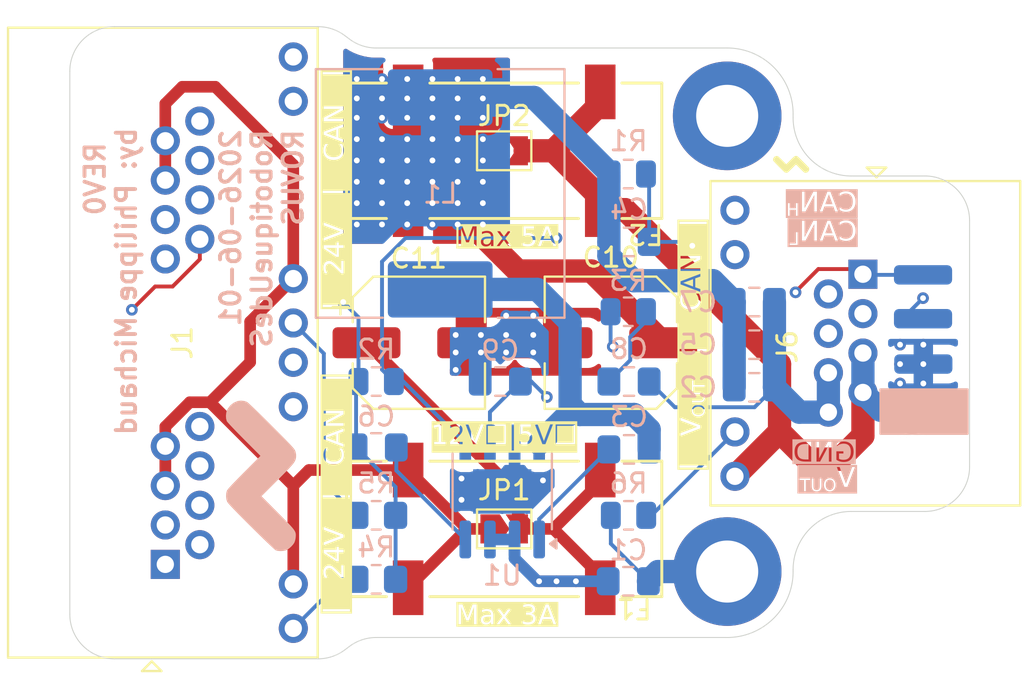
<source format=kicad_pcb>
(kicad_pcb (version 20240108) (generator "pcbnew") (generator_version "8.0")
  (layers (0 "F.Cu" signal) (1 "In1.Cu" signal) (2 "In2.Cu" signal) (31 "B.Cu" signal) (34 "B.Paste" user) (35 "F.Paste" user) (36 "B.SilkS" user "B.Silkscreen") (37 "F.SilkS" user "F.Silkscreen") (38 "B.Mask" user) (39 "F.Mask" user) (44 "Edge.Cuts" user))
  (property "AUTHOR" "Philippe Michaud ")
  (property "GROUP_NAME" "RobotiqueUdeS")
  (property "REVISION" "0")
  (property "TEAM" "ROVUS")
  (net 0 "")
  (net 1 "GND")
  (net 2 "Net-(JP1-B)")
  (net 3 "Net-(JP2-A)")
  (net 4 "Net-(U1-FB)")
  (net 5 "Net-(U1-SW)")
  (net 6 "Net-(U1-BST)")
  (net 7 "Net-(U1-SS)")
  (net 8 "Net-(C8-Pad2)")
  (net 9 "Net-(U1-COMB)")
  (net 10 "+24V")
  (net 11 "+V_{out}")
  (net 14 "Net-(J1-G_L--Pad2_9)")
  (net 15 "/CANH")
  (net 16 "Net-(J1-G_L--Pad1_9)")
  (net 17 "/CANL")
  (net 26 "Net-(J6-Y_L-)")
  (footprint "MountingHole:MountingHole_3.2mm_M3_DIN965_Pad_TopBottom" (layer "F.Cu") (at 59.5 25.6)
    (property "Reference" "H2" (hide yes))
    (property "Value" "MountingHole_Pad")
    (pad "1" thru_hole circle (at 0 0) (size 3.6 3.6) (drill 3.2) (layers "*.Cu" "*.Mask") (net 1 "GND"))
    (pad "1" connect circle (at 0 0) (size 5.6 5.6) (layers "F.Cu" "F.Mask") (net 1 "GND"))
    (pad "1" connect circle (at 0 0) (size 5.6 5.6) (layers "B.Cu" "B.Mask") (net 1 "GND"))
  )
  (footprint "Capacitor_SMD:CP_Elec_6.3x7.7" (layer "F.Cu") (at 43.6 37.3)
    (property "Reference" "C11" (at 0 -4.35 0) (layer "F.SilkS"))
    (property "Value" "100uF (Opt)")
    (pad "1" smd roundrect (at -2.7 0) (size 3.5 1.6) (layers "F.Cu" "F.Paste" "F.Mask") (roundrect_rratio 0.15625) (net 2 "Net-(JP1-B)"))
    (pad "2" smd roundrect (at 2.7 0) (size 3.5 1.6) (layers "F.Cu" "F.Paste" "F.Mask") (roundrect_rratio 0.15625) (net 1 "GND"))
  )
  (footprint "Jumper:SolderJumper-2_P1.3mm_Open_TrianglePad1.0x1.5mm" (layer "F.Cu") (at 48 46.9)
    (property "Reference" "JP1" (at 0 -2 0) (layer "F.SilkS"))
    (property "Value" "SolderJumper_2_Open")
    (pad "1" smd custom (at -0.725 0) (size 0.3 0.3) (layers "F.Cu" "F.Mask") (net 10 "+24V") (options (clearance outline) (anchor rect)) (primitives (gr_poly (pts (xy 1 0) (xy 0.5 0.75) (xy -0.5 0.75) (xy -0.5 -0.75) (xy 0.5 -0.75)) (width 0) (fill yes))))
    (pad "2" smd custom (at 0.725 0) (size 0.3 0.3) (layers "F.Cu" "F.Mask") (net 2 "Net-(JP1-B)") (options (clearance outline) (anchor rect)) (primitives (gr_poly (pts (xy 0.5 0.75) (xy -0.65 0.75) (xy -0.15 0) (xy -0.65 -0.75) (xy 0.5 -0.75)) (width 0) (fill yes))))
  )
  (footprint "LOGO" (layer "F.Cu") (at 62.564498 28.260877 90)
    (property "Reference" "G***" (hide yes))
    (property "Value" "LOGO" (hide yes))
  )
  (footprint "Jumper:SolderJumper-2_P1.3mm_Open_TrianglePad1.0x1.5mm" (layer "F.Cu") (at 48 27.4)
    (property "Reference" "JP2" (at 0 -1.8 0) (layer "F.SilkS"))
    (property "Value" "SolderJumper_2_Open")
    (pad "1" smd custom (at -0.725 0) (size 0.3 0.3) (layers "F.Cu" "F.Mask") (net 3 "Net-(JP2-A)") (options (clearance outline) (anchor rect)) (primitives (gr_poly (pts (xy 1 0) (xy 0.5 0.75) (xy -0.5 0.75) (xy -0.5 -0.75) (xy 0.5 -0.75)) (width 0) (fill yes))))
    (pad "2" smd custom (at 0.725 0) (size 0.3 0.3) (layers "F.Cu" "F.Mask") (net 11 "+V_{out}") (options (clearance outline) (anchor rect)) (primitives (gr_poly (pts (xy 0.5 0.75) (xy -0.65 0.75) (xy -0.15 0) (xy -0.65 -0.75) (xy 0.5 -0.75)) (width 0) (fill yes))))
  )
  (footprint "RoverFootprint:ETH-RJHSE5081" (layer "F.Cu") (at 66.5 33.7675 -90)
    (property "Reference" "J6" (at 3.7325 3.9 90) (layer "F.SilkS"))
    (property "Value" "ETH-RJHSE5081" (hide yes))
    (pad "" np_thru_hole circle (at -2.79 -2.54 270) (size 3.25 3.25) (drill 3.25) (layers "*.Cu" "*.Mask"))
    (pad "" np_thru_hole circle (at 9.91 -2.54 270) (size 3.25 3.25) (drill 3.25) (layers "*.Cu" "*.Mask"))
    (pad "1" thru_hole rect (at 0 0 270) (size 1.5 1.5) (drill 0.89) (layers "*.Cu" "*.Mask") (net 15 "/CANH"))
    (pad "2" thru_hole circle (at 1.016 1.78 270) (size 1.5 1.5) (drill 0.89) (layers "*.Cu" "*.Mask") (net 17 "/CANL"))
    (pad "3" thru_hole circle (at 2.032 0 270) (size 1.5 1.5) (drill 0.89) (layers "*.Cu" "*.Mask"))
    (pad "4" thru_hole circle (at 3.048 1.78 270) (size 1.5 1.5) (drill 0.89) (layers "*.Cu" "*.Mask"))
    (pad "5" thru_hole circle (at 4.064 0 270) (size 1.5 1.5) (drill 0.89) (layers "*.Cu" "*.Mask") (net 11 "+V_{out}"))
    (pad "6" thru_hole circle (at 5.08 1.78 270) (size 1.5 1.5) (drill 0.89) (layers "*.Cu" "*.Mask") (net 1 "GND"))
    (pad "7" thru_hole circle (at 6.096 0 270) (size 1.5 1.5) (drill 0.89) (layers "*.Cu" "*.Mask") (net 11 "+V_{out}"))
    (pad "8" thru_hole circle (at 7.112 1.78 270) (size 1.5 1.5) (drill 0.89) (layers "*.Cu" "*.Mask") (net 1 "GND"))
    (pad "9" thru_hole circle (at -3.3 6.6 270) (size 1.5 1.5) (drill 0.89) (layers "*.Cu" "*.Mask"))
    (pad "10" thru_hole circle (at -1.01 6.6 270) (size 1.5 1.5) (drill 0.89) (layers "*.Cu" "*.Mask"))
    (pad "11" thru_hole circle (at 8.13 6.6 270) (size 1.5 1.5) (drill 0.89) (layers "*.Cu" "*.Mask") (net 26 "Net-(J6-Y_L-)"))
    (pad "12" thru_hole circle (at 10.42 6.6 270) (size 1.5 1.5) (drill 0.89) (layers "*.Cu" "*.Mask") (net 11 "+V_{out}"))
  )
  (footprint "MountingHole:MountingHole_3.2mm_M3_DIN965_Pad_TopBottom" (layer "F.Cu") (at 59.5 49.1)
    (property "Reference" "H1" (hide yes))
    (property "Value" "MountingHole_Pad")
    (pad "1" thru_hole circle (at 0 0) (size 3.6 3.6) (drill 3.2) (layers "*.Cu" "*.Mask") (net 1 "GND"))
    (pad "1" connect circle (at 0 0) (size 5.6 5.6) (layers "F.Cu" "F.Mask") (net 1 "GND"))
    (pad "1" connect circle (at 0 0) (size 5.6 5.6) (layers "B.Cu" "B.Mask") (net 1 "GND"))
  )
  (footprint "RoverFootprint:FuseHolder-3588-20" (layer "F.Cu") (at 48 46.9 180)
    (property "Reference" "F1" (at -6.7 -4.1 180) (layer "F.SilkS"))
    (property "Value" "3A" (hide yes))
    (pad "1" smd rect (at -4.953 -3.0353 180) (size 1.5748 2.8194) (layers "F.Cu" "F.Paste" "F.Mask") (net 2 "Net-(JP1-B)"))
    (pad "1" smd rect (at -4.953 3.0353 180) (size 1.5748 2.8194) (layers "F.Cu" "F.Paste" "F.Mask") (net 2 "Net-(JP1-B)"))
    (pad "2" smd rect (at 4.953 -3.0353 180) (size 1.5748 2.8194) (layers "F.Cu" "F.Paste" "F.Mask") (net 10 "+24V"))
    (pad "2" smd rect (at 4.953 3.0353 180) (size 1.5748 2.8194) (layers "F.Cu" "F.Paste" "F.Mask") (net 10 "+24V"))
  )
  (footprint "RoverFootprint:ETH-RJHSE508102" (layer "F.Cu") (at 22.525 37.3 90)
    (property "Reference" "J1" (at 0 8.875 -90) (layer "F.SilkS"))
    (property "Value" "ETH-RJHSE508102")
    (pad "" np_thru_hole circle (at -14.22 5.46 90) (size 3.25 3.25) (drill 3.25) (layers "*.Cu" "*.Mask"))
    (pad "" np_thru_hole circle (at 14.23 5.46 90) (size 3.25 3.25) (drill 3.25) (layers "*.Cu" "*.Mask"))
    (pad "1_1" thru_hole rect (at -11.43 8 90) (size 1.5 1.5) (drill 0.89) (layers "*.Cu" "*.Mask") (net 15 "/CANH"))
    (pad "1_2" thru_hole circle (at -10.414 9.78 90) (size 1.5 1.5) (drill 0.89) (layers "*.Cu" "*.Mask") (net 17 "/CANL"))
    (pad "1_3" thru_hole circle (at -9.398 8 90) (size 1.5 1.5) (drill 0.89) (layers "*.Cu" "*.Mask"))
    (pad "1_4" thru_hole circle (at -8.382 9.78 90) (size 1.5 1.5) (drill 0.89) (layers "*.Cu" "*.Mask"))
    (pad "1_5" thru_hole circle (at -7.366 8 90) (size 1.5 1.5) (drill 0.89) (layers "*.Cu" "*.Mask") (net 10 "+24V"))
    (pad "1_6" thru_hole circle (at -6.35 9.78 90) (size 1.5 1.5) (drill 0.89) (layers "*.Cu" "*.Mask") (net 1 "GND"))
    (pad "1_7" thru_hole circle (at -5.334 8 90) (size 1.5 1.5) (drill 0.89) (layers "*.Cu" "*.Mask") (net 10 "+24V"))
    (pad "1_8" thru_hole circle (at -4.318 9.78 90) (size 1.5 1.5) (drill 0.89) (layers "*.Cu" "*.Mask") (net 1 "GND"))
    (pad "1_9" thru_hole circle (at -14.73 14.6 90) (size 1.5 1.5) (drill 0.89) (layers "*.Cu" "*.Mask") (net 16 "Net-(J1-G_L--Pad1_9)"))
    (pad "1_10" thru_hole circle (at -12.44 14.6 90) (size 1.5 1.5) (drill 0.89) (layers "*.Cu" "*.Mask") (net 10 "+24V"))
    (pad "1_11" thru_hole circle (at -3.3 14.6 90) (size 1.5 1.5) (drill 0.89) (layers "*.Cu" "*.Mask"))
    (pad "1_12" thru_hole circle (at -1.01 14.6 90) (size 1.5 1.5) (drill 0.89) (layers "*.Cu" "*.Mask"))
    (pad "2_1" thru_hole circle (at 4.32 8 90) (size 1.5 1.5) (drill 0.89) (layers "*.Cu" "*.Mask") (net 15 "/CANH"))
    (pad "2_2" thru_hole circle (at 5.336 9.78 90) (size 1.5 1.5) (drill 0.89) (layers "*.Cu" "*.Mask") (net 17 "/CANL"))
    (pad "2_3" thru_hole circle (at 6.352 8 90) (size 1.5 1.5) (drill 0.89) (layers "*.Cu" "*.Mask"))
    (pad "2_4" thru_hole circle (at 7.368 9.78 90) (size 1.5 1.5) (drill 0.89) (layers "*.Cu" "*.Mask"))
    (pad "2_5" thru_hole circle (at 8.384 8 90) (size 1.5 1.5) (drill 0.89) (layers "*.Cu" "*.Mask") (net 10 "+24V"))
    (pad "2_6" thru_hole circle (at 9.4 9.78 90) (size 1.5 1.5) (drill 0.89) (layers "*.Cu" "*.Mask") (net 1 "GND"))
    (pad "2_7" thru_hole circle (at 10.416 8 90) (size 1.5 1.5) (drill 0.89) (layers "*.Cu" "*.Mask") (net 10 "+24V"))
    (pad "2_8" thru_hole circle (at 11.432 9.78 90) (size 1.5 1.5) (drill 0.89) (layers "*.Cu" "*.Mask") (net 1 "GND"))
    (pad "2_9" thru_hole circle (at 1.02 14.6 90) (size 1.5 1.5) (drill 0.89) (layers "*.Cu" "*.Mask") (net 14 "Net-(J1-G_L--Pad2_9)"))
    (pad "2_10" thru_hole circle (at 3.31 14.6 90) (size 1.5 1.5) (drill 0.89) (layers "*.Cu" "*.Mask") (net 10 "+24V"))
    (pad "2_11" thru_hole circle (at 12.45 14.6 90) (size 1.5 1.5) (drill 0.89) (layers "*.Cu" "*.Mask"))
    (pad "2_12" thru_hole circle (at 14.74 14.6 90) (size 1.5 1.5) (drill 0.89) (layers "*.Cu" "*.Mask"))
  )
  (footprint "Capacitor_SMD:CP_Elec_6.3x7.7" (layer "F.Cu") (at 53.5 37.3 180)
    (property "Reference" "C10" (at 0 4.4 0) (layer "F.SilkS"))
    (property "Value" "100uF")
    (pad "1" smd roundrect (at -2.7 0 180) (size 3.5 1.6) (layers "F.Cu" "F.Paste" "F.Mask") (roundrect_rratio 0.15625) (net 3 "Net-(JP2-A)"))
    (pad "2" smd roundrect (at 2.7 0 180) (size 3.5 1.6) (layers "F.Cu" "F.Paste" "F.Mask") (roundrect_rratio 0.15625) (net 1 "GND"))
  )
  (footprint "RoverFootprint:FuseHolder-3588-20" (layer "F.Cu") (at 48 27.4 180)
    (property "Reference" "F2" (at -7.3 -4.3 180) (layer "F.SilkS"))
    (property "Value" "5A" (hide yes))
    (pad "1" smd rect (at -4.953 -3.0353 180) (size 1.5748 2.8194) (layers "F.Cu" "F.Paste" "F.Mask") (net 11 "+V_{out}"))
    (pad "1" smd rect (at -4.953 3.0353 180) (size 1.5748 2.8194) (layers "F.Cu" "F.Paste" "F.Mask") (net 11 "+V_{out}"))
    (pad "2" smd rect (at 4.953 -3.0353 180) (size 1.5748 2.8194) (layers "F.Cu" "F.Paste" "F.Mask") (net 3 "Net-(JP2-A)"))
    (pad "2" smd rect (at 4.953 3.0353 180) (size 1.5748 2.8194) (layers "F.Cu" "F.Paste" "F.Mask") (net 3 "Net-(JP2-A)"))
  )
  (footprint "Resistor_SMD:R_0805_2012Metric_Pad1.20x1.40mm_HandSolder" (layer "B.Cu") (at 41.4 46.2 180)
    (property "Reference" "R5" (at 0 1.65 0) (layer "B.SilkS") (effects (justify mirror)))
    (property "Value" "1k")
    (pad "1" smd roundrect (at -1 0 180) (size 1.2 1.4) (layers "B.Cu" "B.Paste" "B.Mask") (roundrect_rratio 0.208333) (net 1 "GND"))
    (pad "2" smd roundrect (at 1 0 180) (size 1.2 1.4) (layers "B.Cu" "B.Paste" "B.Mask") (roundrect_rratio 0.208333) (net 14 "Net-(J1-G_L--Pad2_9)"))
  )
  (footprint "Capacitor_SMD:C_0805_2012Metric_Pad1.18x1.45mm_HandSolder" (layer "B.Cu") (at 60.9 35.2 180)
    (property "Reference" "C7" (at 2.9 0 0) (layer "B.SilkS") (effects (justify mirror)))
    (property "Value" "22uF")
    (pad "1" smd roundrect (at -1.0375 0 180) (size 1.175 1.45) (layers "B.Cu" "B.Paste" "B.Mask") (roundrect_rratio 0.212766) (net 1 "GND"))
    (pad "2" smd roundrect (at 1.0375 0 180) (size 1.175 1.45) (layers "B.Cu" "B.Paste" "B.Mask") (roundrect_rratio 0.212766) (net 3 "Net-(JP2-A)"))
  )
  (footprint "Capacitor_SMD:C_0805_2012Metric_Pad1.18x1.45mm_HandSolder" (layer "B.Cu") (at 47.8 39.3)
    (property "Reference" "C9" (at 0 -1.6 0) (layer "B.SilkS") (effects (justify mirror)))
    (property "Value" "(Opt)")
    (pad "1" smd roundrect (at -1.0375 0) (size 1.175 1.45) (layers "B.Cu" "B.Paste" "B.Mask") (roundrect_rratio 0.212766) (net 1 "GND"))
    (pad "2" smd roundrect (at 1.0375 0) (size 1.175 1.45) (layers "B.Cu" "B.Paste" "B.Mask") (roundrect_rratio 0.212766) (net 9 "Net-(U1-COMB)"))
  )
  (footprint "Capacitor_SMD:C_0805_2012Metric_Pad1.18x1.45mm_HandSolder" (layer "B.Cu") (at 54.4 49.6 180)
    (property "Reference" "C1" (at 0 1.6 0) (layer "B.SilkS") (effects (justify mirror)))
    (property "Value" "10uF")
    (pad "1" smd roundrect (at -1.0375 0 180) (size 1.175 1.45) (layers "B.Cu" "B.Paste" "B.Mask") (roundrect_rratio 0.212766) (net 1 "GND"))
    (pad "2" smd roundrect (at 1.0375 0 180) (size 1.175 1.45) (layers "B.Cu" "B.Paste" "B.Mask") (roundrect_rratio 0.212766) (net 2 "Net-(JP1-B)"))
  )
  (footprint "RoverFootprint:Pad_SMD_1x3mm" (layer "B.Cu") (at 70.1 33.8 90)
    (property "Reference" "J3" (hide yes))
    (property "Value" "Conn_01x01_Pin")
    (pad "1" smd roundrect (at 0 -0.5 90) (size 1 3) (layers "B.Cu" "B.Paste" "B.Mask") (net 15 "/CANH"))
  )
  (footprint "LOGO" (layer "B.Cu") (at 35.3 44.4)
    (property "Reference" "G***" (hide yes))
    (property "Value" "LOGO" (hide yes))
  )
  (footprint "Resistor_SMD:R_0805_2012Metric" (layer "B.Cu") (at 54.4 28.6)
    (property "Reference" "R1" (at 0.0125 -1.7 0) (layer "B.SilkS") (effects (justify mirror)))
    (property "Value" "~")
    (pad "1" smd roundrect (at -0.9125 0) (size 1.025 1.4) (layers "B.Cu" "B.Paste" "B.Mask") (roundrect_rratio 0.243902) (net 3 "Net-(JP2-A)"))
    (pad "2" smd roundrect (at 0.9125 0) (size 1.025 1.4) (layers "B.Cu" "B.Paste" "B.Mask") (roundrect_rratio 0.243902) (net 4 "Net-(U1-FB)"))
  )
  (footprint "Capacitor_SMD:C_0805_2012Metric_Pad1.18x1.45mm_HandSolder" (layer "B.Cu") (at 60.9 37.4 180)
    (property "Reference" "C5" (at 2.9 0 0) (layer "B.SilkS") (effects (justify mirror)))
    (property "Value" "22uF")
    (pad "1" smd roundrect (at -1.0375 0 180) (size 1.175 1.45) (layers "B.Cu" "B.Paste" "B.Mask") (roundrect_rratio 0.212766) (net 1 "GND"))
    (pad "2" smd roundrect (at 1.0375 0 180) (size 1.175 1.45) (layers "B.Cu" "B.Paste" "B.Mask") (roundrect_rratio 0.212766) (net 3 "Net-(JP2-A)"))
  )
  (footprint "RoverFootprint:Pad_SMD_1x3mm" (layer "B.Cu") (at 70.115 38.4 90)
    (property "Reference" "J5" (hide yes))
    (property "Value" "Conn_01x01_Pin")
    (pad "1" smd roundrect (at 0 -0.5 90) (size 1 3) (layers "B.Cu" "B.Paste" "B.Mask") (net 1 "GND"))
  )
  (footprint "Capacitor_SMD:C_0805_2012Metric_Pad1.18x1.45mm_HandSolder" (layer "B.Cu") (at 60.9 39.6 180)
    (property "Reference" "C2" (at 2.9 0 0) (layer "B.SilkS") (effects (justify mirror)))
    (property "Value" "22uF")
    (pad "1" smd roundrect (at -1.0375 0 180) (size 1.175 1.45) (layers "B.Cu" "B.Paste" "B.Mask") (roundrect_rratio 0.212766) (net 1 "GND"))
    (pad "2" smd roundrect (at 1.0375 0 180) (size 1.175 1.45) (layers "B.Cu" "B.Paste" "B.Mask") (roundrect_rratio 0.212766) (net 3 "Net-(JP2-A)"))
  )
  (footprint "Capacitor_SMD:C_0805_2012Metric_Pad1.18x1.45mm_HandSolder" (layer "B.Cu") (at 54.4375 42.8 180)
    (property "Reference" "C3" (at 0 1.68 0) (layer "B.SilkS") (effects (justify mirror)))
    (property "Value" "100nF")
    (pad "1" smd roundrect (at -1.0375 0 180) (size 1.175 1.45) (layers "B.Cu" "B.Paste" "B.Mask") (roundrect_rratio 0.212766) (net 5 "Net-(U1-SW)"))
    (pad "2" smd roundrect (at 1.0375 0 180) (size 1.175 1.45) (layers "B.Cu" "B.Paste" "B.Mask") (roundrect_rratio 0.212766) (net 6 "Net-(U1-BST)"))
  )
  (footprint "Inductor_SMD:L_SXN_SMDRI125" (layer "B.Cu") (at 44.7 29.6 90)
    (property "Reference" "L1" (at 0 0 180) (layer "B.SilkS") (effects (justify mirror)))
    (property "Value" "~")
    (pad "1" smd roundrect (at -4.95 0 90) (size 2.9 5.4) (layers "B.Cu" "B.Paste" "B.Mask") (roundrect_rratio 0.086207) (net 5 "Net-(U1-SW)"))
    (pad "2" smd roundrect (at 4.95 0 90) (size 2.9 5.4) (layers "B.Cu" "B.Paste" "B.Mask") (roundrect_rratio 0.086207) (net 3 "Net-(JP2-A)"))
  )
  (footprint "RoverFootprint:Pad_SMD_1x3mm" (layer "B.Cu") (at 70.1 40.78 90)
    (property "Reference" "J2" (hide yes))
    (property "Value" "Conn_01x01_Pin")
    (pad "1" smd roundrect (at 0 -0.5 90) (size 1 3) (layers "B.Cu" "B.Paste" "B.Mask") (net 11 "+V_{out}"))
  )
  (footprint "Capacitor_SMD:C_0805_2012Metric_Pad1.18x1.45mm_HandSolder" (layer "B.Cu") (at 41.4 42.7)
    (property "Reference" "C6" (at 0 -1.6 0) (layer "B.SilkS") (effects (justify mirror)))
    (property "Value" "10uF")
    (pad "1" smd roundrect (at -1.0375 0) (size 1.175 1.45) (layers "B.Cu" "B.Paste" "B.Mask") (roundrect_rratio 0.212766) (net 1 "GND"))
    (pad "2" smd roundrect (at 1.0375 0) (size 1.175 1.45) (layers "B.Cu" "B.Paste" "B.Mask") (roundrect_rratio 0.212766) (net 7 "Net-(U1-SS)"))
  )
  (footprint "Resistor_SMD:R_0805_2012Metric" (layer "B.Cu") (at 41.4 39.3 180)
    (property "Reference" "R2" (at 0 1.65 0) (layer "B.SilkS") (effects (justify mirror)))
    (property "Value" "22.1k")
    (pad "1" smd roundrect (at -0.9125 0 180) (size 1.025 1.4) (layers "B.Cu" "B.Paste" "B.Mask") (roundrect_rratio 0.243902) (net 4 "Net-(U1-FB)"))
    (pad "2" smd roundrect (at 0.9125 0 180) (size 1.025 1.4) (layers "B.Cu" "B.Paste" "B.Mask") (roundrect_rratio 0.243902) (net 1 "GND"))
  )
  (footprint "Package_SO:SOIC-8-1EP_3.9x4.9mm_P1.27mm_EP2.29x3mm" (layer "B.Cu") (at 47.9 44.97 90)
    (property "Reference" "U1" (at -4.33 0 180) (layer "B.SilkS") (effects (justify mirror)))
    (property "Value" "DC_DC-AP64501")
    (pad "1" smd roundrect (at -2.475 1.905 90) (size 1.95 0.6) (layers "B.Cu" "B.Paste" "B.Mask") (net 6 "Net-(U1-BST)"))
    (pad "2" smd roundrect (at -2.475 0.635 90) (size 1.95 0.6) (layers "B.Cu" "B.Paste" "B.Mask") (net 2 "Net-(JP1-B)"))
    (pad "3" smd roundrect (at -2.475 -0.635 90) (size 1.95 0.6) (layers "B.Cu" "B.Paste" "B.Mask") (net 2 "Net-(JP1-B)"))
    (pad "4" smd roundrect (at -2.475 -1.905 90) (size 1.95 0.6) (layers "B.Cu" "B.Paste" "B.Mask") (net 7 "Net-(U1-SS)"))
    (pad "5" smd roundrect (at 2.475 -1.905 90) (size 1.95 0.6) (layers "B.Cu" "B.Paste" "B.Mask") (net 4 "Net-(U1-FB)"))
    (pad "6" smd roundrect (at 2.475 -0.635 90) (size 1.95 0.6) (layers "B.Cu" "B.Paste" "B.Mask") (net 9 "Net-(U1-COMB)"))
    (pad "7" smd roundrect (at 2.475 0.635 90) (size 1.95 0.6) (layers "B.Cu" "B.Paste" "B.Mask") (net 1 "GND"))
    (pad "8" smd roundrect (at 2.475 1.905 90) (size 1.95 0.6) (layers "B.Cu" "B.Paste" "B.Mask") (net 5 "Net-(U1-SW)"))
    (pad "9" smd rect (at 0 0 90) (size 2.29 3) (property pad_prop_heatsink) (layers "B.Cu" "B.Mask") (net 1 "GND"))
  )
  (footprint "Capacitor_SMD:C_0805_2012Metric_Pad1.18x1.45mm_HandSolder" (layer "B.Cu") (at 54.4375 39.3 180)
    (property "Reference" "C8" (at 0 1.68 0) (layer "B.SilkS") (effects (justify mirror)))
    (property "Value" "2.7nF")
    (pad "1" smd roundrect (at -1.0375 0 180) (size 1.175 1.45) (layers "B.Cu" "B.Paste" "B.Mask") (roundrect_rratio 0.212766) (net 1 "GND"))
    (pad "2" smd roundrect (at 1.0375 0 180) (size 1.175 1.45) (layers "B.Cu" "B.Paste" "B.Mask") (roundrect_rratio 0.212766) (net 8 "Net-(C8-Pad2)"))
  )
  (footprint "Resistor_SMD:R_0805_2012Metric" (layer "B.Cu") (at 54.4125 46.2 180)
    (property "Reference" "R6" (at 0 1.65 0) (layer "B.SilkS") (effects (justify mirror)))
    (property "Value" "22.1k")
    (pad "1" smd roundrect (at -0.9125 0 180) (size 1.025 1.4) (layers "B.Cu" "B.Paste" "B.Mask") (roundrect_rratio 0.243902) (net 26 "Net-(J6-Y_L-)"))
    (pad "2" smd roundrect (at 0.9125 0 180) (size 1.025 1.4) (layers "B.Cu" "B.Paste" "B.Mask") (roundrect_rratio 0.243902) (net 1 "GND"))
  )
  (footprint "Resistor_SMD:R_0805_2012Metric" (layer "B.Cu") (at 54.4 35.7)
    (property "Reference" "R3" (at 0 -1.6 180) (layer "B.SilkS") (effects (justify mirror)))
    (property "Value" "~")
    (pad "1" smd roundrect (at -0.9125 0) (size 1.025 1.4) (layers "B.Cu" "B.Paste" "B.Mask") (roundrect_rratio 0.243902) (net 9 "Net-(U1-COMB)"))
    (pad "2" smd roundrect (at 0.9125 0) (size 1.025 1.4) (layers "B.Cu" "B.Paste" "B.Mask") (roundrect_rratio 0.243902) (net 8 "Net-(C8-Pad2)"))
  )
  (footprint "Resistor_SMD:R_0805_2012Metric_Pad1.20x1.40mm_HandSolder" (layer "B.Cu") (at 41.4 49.5 180)
    (property "Reference" "R4" (at 0 1.65 0) (layer "B.SilkS") (effects (justify mirror)))
    (property "Value" "1k")
    (pad "1" smd roundrect (at -1 0 180) (size 1.2 1.4) (layers "B.Cu" "B.Paste" "B.Mask") (roundrect_rratio 0.208333) (net 1 "GND"))
    (pad "2" smd roundrect (at 1 0 180) (size 1.2 1.4) (layers "B.Cu" "B.Paste" "B.Mask") (roundrect_rratio 0.208333) (net 16 "Net-(J1-G_L--Pad1_9)"))
  )
  (footprint "Capacitor_SMD:C_0805_2012Metric_Pad1.18x1.45mm_HandSolder" (layer "B.Cu") (at 54.4375 32.1 180)
    (property "Reference" "C4" (at 0 1.68 0) (layer "B.SilkS") (effects (justify mirror)))
    (property "Value" "OPEN")
    (pad "1" smd roundrect (at -1.0375 0 180) (size 1.175 1.45) (layers "B.Cu" "B.Paste" "B.Mask") (roundrect_rratio 0.212766) (net 4 "Net-(U1-FB)"))
    (pad "2" smd roundrect (at 1.0375 0 180) (size 1.175 1.45) (layers "B.Cu" "B.Paste" "B.Mask") (roundrect_rratio 0.212766) (net 3 "Net-(JP2-A)"))
  )
  (footprint "RoverFootprint:Pad_SMD_1x3mm" (layer "B.Cu") (at 70.1 36.06 90)
    (property "Reference" "J4" (hide yes))
    (property "Value" "Conn_01x01_Pin")
    (pad "1" smd roundrect (at 0 -0.5 90) (size 1 3) (layers "B.Cu" "B.Paste" "B.Mask") (net 17 "/CANL"))
  )
  (gr_rect (start 67.4 39.7) (end 71.9 42) (stroke (width 0.1)) (fill solid) (layer "B.SilkS"))
  (gr_arc (start 62.9 49.1) (mid 61.904163 51.504163) (end 59.5 52.5) (stroke (width 0.05)) (layer "Edge.Cuts"))
  (gr_line (start 27.9 21) (end 38.4 21) (stroke (width 0.05)) (layer "Edge.Cuts"))
  (gr_line (start 25.6 51.3) (end 25.6 23.3) (stroke (width 0.05)) (layer "Edge.Cuts"))
  (gr_line (start 62.9 25.5) (end 62.9 25.7) (stroke (width 0.05)) (layer "Edge.Cuts"))
  (gr_line (start 72 31) (end 72 43.7) (stroke (width 0.05)) (layer "Edge.Cuts"))
  (gr_arc (start 62.9 49) (mid 63.77868 46.87868) (end 65.9 46) (stroke (width 0.05)) (layer "Edge.Cuts"))
  (gr_arc (start 59.5 22.1) (mid 61.904163 23.095837) (end 62.9 25.5) (stroke (width 0.05)) (layer "Edge.Cuts"))
  (gr_arc (start 38.4 21) (mid 39.118072 21.114966) (end 39.764358 21.448372) (stroke (width 0.05)) (layer "Edge.Cuts"))
  (gr_arc (start 69.7 28.7) (mid 71.326346 29.373654) (end 72 31) (stroke (width 0.05)) (layer "Edge.Cuts"))
  (gr_arc (start 25.6 23.3) (mid 26.273654 21.673654) (end 27.9 21) (stroke (width 0.05)) (layer "Edge.Cuts"))
  (gr_arc (start 39.764358 53.151628) (mid 39.118072 53.485034) (end 38.4 53.6) (stroke (width 0.05)) (layer "Edge.Cuts"))
  (gr_line (start 41.4 22.1) (end 59.5 22.1) (stroke (width 0.05)) (layer "Edge.Cuts"))
  (gr_line (start 39.764358 21.448372) (end 39.987937 21.61551) (stroke (width 0.05)) (layer "Edge.Cuts"))
  (gr_arc (start 41.4 22.1) (mid 40.653566 21.975509) (end 39.987937 21.61551) (stroke (width 0.05)) (layer "Edge.Cuts"))
  (gr_arc (start 65.9 28.7) (mid 63.77868 27.82132) (end 62.9 25.7) (stroke (width 0.05)) (layer "Edge.Cuts"))
  (gr_line (start 65.9 46) (end 69.7 46) (stroke (width 0.05)) (layer "Edge.Cuts"))
  (gr_arc (start 39.987937 52.98449) (mid 40.653566 52.624492) (end 41.4 52.5) (stroke (width 0.05)) (layer "Edge.Cuts"))
  (gr_arc (start 72 43.7) (mid 71.326346 45.326346) (end 69.7 46) (stroke (width 0.05)) (layer "Edge.Cuts"))
  (gr_line (start 41.4 52.5) (end 59.5 52.5) (stroke (width 0.05)) (layer "Edge.Cuts"))
  (gr_line (start 39.764358 53.151628) (end 39.987937 52.98449) (stroke (width 0.05)) (layer "Edge.Cuts"))
  (gr_arc (start 27.9 53.6) (mid 26.273654 52.926346) (end 25.6 51.3) (stroke (width 0.05)) (layer "Edge.Cuts"))
  (gr_line (start 27.9 53.6) (end 38.4 53.6) (stroke (width 0.05)) (layer "Edge.Cuts"))
  (gr_line (start 65.9 28.7) (end 69.7 28.7) (stroke (width 0.05)) (layer "Edge.Cuts"))
  (gr_line (start 62.9 49) (end 62.9 49.1) (stroke (width 0.05)) (layer "Edge.Cuts"))
  (gr_text "${CURRENT_DATE}\n${GROUP_NAME}\n${TEAM}" (at 37.7 26.2 90) (layer "B.SilkS") (effects (font (size 1 1) (thickness 0.2) (bold yes)) (justify left bottom mirror)))
  (gr_text "GND" (at 66.1 43.6 0) (layer "B.SilkS" knockout) (effects (font (size 1 1) (thickness 0.1)) (justify left bottom mirror)))
  (gr_text "V_{OUT}" (at 66.1 44.9 0) (layer "B.SilkS" knockout) (effects (font (size 1 1) (thickness 0.1)) (justify left bottom mirror)))
  (gr_text "${PROJECTNAME} REV${REVISION}\nby: ${AUTHOR}" (at 29.1 26.1 90) (layer "B.SilkS") (effects (font (size 1 1) (thickness 0.2) (bold yes)) (justify left bottom mirror)))
  (gr_text "CAN_{L}" (at 66.2 32.2 0) (layer "B.SilkS" knockout) (effects (font (size 1 1) (thickness 0.1)) (justify left bottom mirror)))
  (gr_text "CAN_{H}" (at 66.2 30.7 0) (layer "B.SilkS" knockout) (effects (font (size 1 1) (thickness 0.1)) (justify left bottom mirror)))
  (gr_text "Max 5A" (at 48.1 31.9 0) (layer "F.SilkS" knockout) (effects (font (size 1 1) (thickness 0.1))))
  (gr_text "|   24V   |   CAN   |" (at 39.3 29.4 90) (layer "F.SilkS" knockout) (effects (font (size 1 1) (thickness 0.1))))
  (gr_text "|   V_{OUT}   |    CAN   |" (at 57.7 37.4 90) (layer "F.SilkS" knockout) (effects (font (size 1 1) (thickness 0.1))))
  (gr_text "|   24V   |   CAN   |" (at 39.3 45.1 90) (layer "F.SilkS" knockout) (effects (font (size 1 1) (thickness 0.1))))
  (gr_text "12V☐|5V☐" (at 48 42.7 0) (layer "F.SilkS" knockout) (effects (font (size 1 1) (thickness 0.1)) (justify bottom)))
  (gr_text "Max 3A" (at 48.1 51.4 0) (layer "F.SilkS" knockout) (effects (font (size 1 1) (thickness 0.1))))
  (via (at 49.5 37.8) (size 0.6) (drill 0.3) (layers "F.Cu" "B.Cu") (net 1))
  (via (at 68.415 39.4) (size 0.6) (drill 0.3) (layers "F.Cu" "B.Cu") (net 1))
  (via (at 69.615 38.4) (size 0.6) (drill 0.3) (layers "F.Cu" "B.Cu") (net 1))
  (via (at 45.8 45.4) (size 0.6) (drill 0.3) (layers "F.Cu" "B.Cu") (net 1))
  (via (at 45.5 36.9) (size 0.6) (drill 0.3) (layers "F.Cu" "B.Cu") (net 1))
  (via (at 68.415 38.4) (size 0.6) (drill 0.3) (layers "F.Cu" "B.Cu") (net 1))
  (via (at 48.1 37.8) (size 0.6) (drill 0.3) (layers "F.Cu" "B.Cu") (net 1))
  (via (at 69.615 37.4) (size 0.6) (drill 0.3) (layers "F.Cu" "B.Cu") (net 1))
  (via (at 68.415 37.4) (size 0.6) (drill 0.3) (layers "F.Cu" "B.Cu") (net 1))
  (via (at 49.5 36.9) (size 0.6) (drill 0.3) (layers "F.Cu" "B.Cu") (net 1))
  (via (at 48.1 36.9) (size 0.6) (drill 0.3) (layers "F.Cu" "B.Cu") (net 1))
  (via (at 39.7 35.2) (size 0.6) (drill 0.3) (layers "F.Cu" "B.Cu") (net 1))
  (via (at 48.1 35.9) (size 0.6) (drill 0.3) (layers "F.Cu" "B.Cu") (net 1))
  (via (at 46.8 37.8) (size 0.6) (drill 0.3) (layers "F.Cu" "B.Cu") (net 1))
  (via (at 49.5 35.9) (size 0.6) (drill 0.3) (layers "F.Cu" "B.Cu") (net 1))
  (via (at 46.8 36.9) (size 0.6) (drill 0.3) (layers "F.Cu" "B.Cu") (net 1))
  (via (at 45.8 44.3) (size 0.6) (drill 0.3) (layers "F.Cu" "B.Cu") (net 1))
  (via (at 50 44.4) (size 0.6) (drill 0.3) (layers "F.Cu" "B.Cu") (net 1))
  (via (at 45.5 38.7) (size 0.6) (drill 0.3) (layers "F.Cu" "B.Cu") (net 1))
  (via (at 45.5 37.8) (size 0.6) (drill 0.3) (layers "F.Cu" "B.Cu") (net 1))
  (via (at 69.615 39.4) (size 0.6) (drill 0.3) (layers "F.Cu" "B.Cu") (net 1))
  (segment (start 42.4 49.5) (end 42.4 46.2) (width 0.2) (layer "B.Cu") (net 1))
  (segment (start 64.72 40.8795) (end 63.217 40.8795) (width 1.2) (layer "B.Cu") (net 1))
  (segment (start 64.72 40.8795) (end 64.72 38.8475) (width 1.2) (layer "B.Cu") (net 1))
  (segment (start 55.9375 49.1) (end 55.4375 49.6) (width 1.2) (layer "B.Cu") (net 1))
  (segment (start 53.5 47.6625) (end 55.4375 49.6) (width 0.2) (layer "B.Cu") (net 1))
  (segment (start 42.4 44.7375) (end 40.3625 42.7) (width 0.2) (layer "B.Cu") (net 1))
  (segment (start 48.535 44.335) (end 47.9 44.97) (width 0.6) (layer "B.Cu") (net 1))
  (segment (start 60.9125 40.625) (end 61.9375 39.6) (width 0.2) (layer "B.Cu") (net 1))
  (segment (start 40.4875 35.9875) (end 39.7 35.2) (width 0.2) (layer "B.Cu") (net 1))
  (segment (start 40.3625 42.7) (end 40.3625 39.425) (width 0.2) (layer "B.Cu") (net 1))
  (segment (start 42.4 46.2) (end 42.4 44.7375) (width 0.2) (layer "B.Cu") (net 1))
  (segment (start 40.4875 39.3) (end 40.4875 35.9875) (width 0.2) (layer "B.Cu") (net 1))
  (segment (start 61.9375 37.4) (end 61.9375 39.6) (width 1.2) (layer "B.Cu") (net 1))
  (segment (start 61.9375 35.2) (end 61.9375 37.4) (width 1.2) (layer "B.Cu") (net 1))
  (segment (start 59.5 49.1) (end 55.9375 49.1) (width 1.2) (layer "B.Cu") (net 1))
  (segment (start 63.217 40.8795) (end 61.9375 39.6) (width 1.2) (layer "B.Cu") (net 1))
  (segment (start 40.3625 39.425) (end 40.4875 39.3) (width 0.2) (layer "B.Cu") (net 1))
  (segment (start 56.8 40.625) (end 60.9125 40.625) (width 0.2) (layer "B.Cu") (net 1))
  (segment (start 48.535 42.495) (end 48.535 44.335) (width 0.6) (layer "B.Cu") (net 1))
  (segment (start 55.475 39.3) (end 56.8 40.625) (width 0.2) (layer "B.Cu") (net 1))
  (segment (start 53.5 46.2) (end 53.5 47.6625) (width 0.2) (layer "B.Cu") (net 1))
  (segment (start 50.54 46.9) (end 48.779903 46.9) (width 0.6) (layer "F.Cu") (net 2))
  (segment (start 52.953 44.487) (end 50.54 46.9) (width 0.6) (layer "F.Cu") (net 2))
  (segment (start 52.953 49.313) (end 52.953 49.9353) (width 0.6) (layer "F.Cu") (net 2))
  (segment (start 52.6177 49.6) (end 49.8 49.6) (width 0.6) (layer "F.Cu") (net 2))
  (segment (start 48.7 45.1) (end 40.9 37.3) (width 0.6) (layer "F.Cu") (net 2))
  (segment (start 49.4 46.9) (end 48.7 46.2) (width 0.6) (layer "F.Cu") (net 2))
  (segment (start 52.953 43.8647) (end 52.953 44.487) (width 0.6) (layer "F.Cu") (net 2))
  (segment (start 50.54 46.9) (end 52.953 49.313) (width 0.6) (layer "F.Cu") (net 2))
  (segment (start 48.7 46.2) (end 48.7 45.1) (width 0.6) (layer "F.Cu") (net 2))
  (segment (start 52.953 49.9353) (end 52.6177 49.6) (width 0.6) (layer "F.Cu") (net 2))
  (via (at 49.8 49.6) (size 0.6) (drill 0.3) (layers "F.Cu" "B.Cu") (net 2))
  (via (at 50.7 49.6) (size 0.6) (drill 0.3) (layers "F.Cu" "B.Cu") (net 2))
  (via (at 51.7 49.6) (size 0.6) (drill 0.3) (layers "F.Cu" "B.Cu") (net 2))
  (segment (start 53.3625 49.6) (end 51.7 49.6) (width 0.6) (layer "B.Cu") (net 2))
  (segment (start 49.715001 49.6) (end 48.535 48.419999) (width 0.6) (layer "B.Cu") (net 2))
  (segment (start 51.7 49.6) (end 50.7 49.6) (width 0.6) (layer "B.Cu") (net 2))
  (segment (start 50.7 49.6) (end 49.8 49.6) (width 0.6) (layer "B.Cu") (net 2))
  (segment (start 47.265 47.445) (end 48.535 47.445) (width 0.6) (layer "B.Cu") (net 2))
  (segment (start 48.535 48.419999) (end 48.535 47.445) (width 0.6) (layer "B.Cu") (net 2))
  (segment (start 49.8 49.6) (end 49.715001 49.6) (width 0.6) (layer "B.Cu") (net 2))
  (segment (start 45.5353 30.4353) (end 43.047 30.4353) (width 1.2) (layer "F.Cu") (net 3))
  (segment (start 45.5353 27.947) (end 46.0823 27.4) (width 1.2) (layer "F.Cu") (net 3))
  (segment (start 45.5353 30.4353) (end 45.5353 27.947) (width 1.2) (layer "F.Cu") (net 3))
  (segment (start 52.5 33.6) (end 48.7 33.6) (width 1.2) (layer "F.Cu") (net 3))
  (segment (start 48.7 33.6) (end 45.5353 30.4353) (width 1.2) (layer "F.Cu") (net 3))
  (segment (start 56.2 37.3) (end 52.5 33.6) (width 1.2) (layer "F.Cu") (net 3))
  (segment (start 46.0823 27.4) (end 43.047 24.3647) (width 1.2) (layer "F.Cu") (net 3))
  (segment (start 47.275 27.4) (end 46.0823 27.4) (width 1.2) (layer "F.Cu") (net 3))
  (via (at 43 30.1) (size 0.6) (drill 0.3) (layers "F.Cu" "B.Cu") (net 3))
  (via (at 40.4 27.9) (size 0.6) (drill 0.3) (layers "F.Cu" "B.Cu") (net 3))
  (via (at 44.3 31.2) (size 0.6) (drill 0.3) (layers "F.Cu" "B.Cu") (net 3))
  (via (at 45.6 29) (size 0.6) (drill 0.3) (layers "F.Cu" "B.Cu") (net 3))
  (via (at 40.4 26.8) (size 0.6) (drill 0.3) (layers "F.Cu" "B.Cu") (net 3))
  (via (at 41.7 26.8) (size 0.6) (drill 0.3) (layers "F.Cu" "B.Cu") (net 3))
  (via (at 40.4 31.2) (size 0.6) (drill 0.3) (layers "F.Cu" "B.Cu") (net 3))
  (via (at 40.4 29) (size 0.6) (drill 0.3) (layers "F.Cu" "B.Cu") (net 3))
  (via (at 43 31.2) (size 0.6) (drill 0.3) (layers "F.Cu" "B.Cu") (net 3))
  (via (at 43 27.9) (size 0.6) (drill 0.3) (layers "F.Cu" "B.Cu") (net 3))
  (via (at 43 24.7) (size 0.6) (drill 0.3) (layers "F.Cu" "B.Cu") (net 3))
  (via (at 44.3 27.9) (size 0.6) (drill 0.3) (layers "F.Cu" "B.Cu") (net 3))
  (via (at 46.9 29) (size 0.6) (drill 0.3) (layers "F.Cu" "B.Cu") (net 3))
  (via (at 43 29) (size 0.6) (drill 0.3) (layers "F.Cu" "B.Cu") (net 3))
  (via (at 40.4 25.7) (size 0.6) (drill 0.3) (layers "F.Cu" "B.Cu") (net 3))
  (via (at 46.9 24.7) (size 0.6) (drill 0.3) (layers "F.Cu" "B.Cu") (net 3))
  (via (at 41.7 25.7) (size 0.6) (drill 0.3) (layers "F.Cu" "B.Cu") (net 3))
  (via (at 40.4 23.7) (size 0.6) (drill 0.3) (layers "F.Cu" "B.Cu") (net 3))
  (via (at 46.9 30.1) (size 0.6) (drill 0.3) (layers "F.Cu" "B.Cu") (net 3))
  (via (at 41.7 31.2) (size 0.6) (drill 0.3) (layers "F.Cu" "B.Cu") (net 3))
  (via (at 45.6 26.8) (size 0.6) (drill 0.3) (layers "F.Cu" "B.Cu") (net 3))
  (via (at 46.9 23.7) (size 0.6) (drill 0.3) (layers "F.Cu" "B.Cu") (net 3))
  (via (at 44.3 24.7) (size 0.6) (drill 0.3) (layers "F.Cu" "B.Cu") (net 3))
  (via (at 44.3 26.8) (size 0.6) (drill 0.3) (layers "F.Cu" "B.Cu") (net 3))
  (via (at 45.6 25.7) (size 0.6) (drill 0.3) (layers "F.Cu" "B.Cu") (net 3))
  (via (at 40.4 24.7) (size 0.6) (drill 0.3) (layers "F.Cu" "B.Cu") (net 3))
  (via (at 43 23.7) (size 0.6) (drill 0.3) (layers "F.Cu" "B.Cu") (net 3))
  (via (at 43 26.8) (size 0.6) (drill 0.3) (layers "F.Cu" "B.Cu") (net 3))
  (via (at 41.7 30.1) (size 0.6) (drill 0.3) (layers "F.Cu" "B.Cu") (net 3))
  (via (at 43 25.7) (size 0.6) (drill 0.3) (layers "F.Cu" "B.Cu") (net 3))
  (via (at 45.6 30.1) (size 0.6) (drill 0.3) (layers "F.Cu" "B.Cu") (net 3))
  (via (at 45.6 23.7) (size 0.6) (drill 0.3) (layers "F.Cu" "B.Cu") (net 3))
  (via (at 46.9 27.9) (size 0.6) (drill 0.3) (layers "F.Cu" "B.Cu") (net 3))
  (via (at 46.9 25.7) (size 0.6) (drill 0.3) (layers "F.Cu" "B.Cu") (net 3))
  (via (at 46.9 26.8) (size 0.6) (drill 0.3) (layers "F.Cu" "B.Cu") (net 3))
  (via (at 45.6 24.7) (size 0.6) (drill 0.3) (layers "F.Cu" "B.Cu") (net 3))
  (via (at 44.3 23.7) (size 0.6) (drill 0.3) (layers "F.Cu" "B.Cu") (net 3))
  (via (at 44.3 29) (size 0.6) (drill 0.3) (layers "F.Cu" "B.Cu") (net 3))
  (via (at 44.3 30.1) (size 0.6) (drill 0.3) (layers "F.Cu" "B.Cu") (net 3))
  (via (at 45.6 31.2) (size 0.6) (drill 0.3) (layers "F.Cu" "B.Cu") (net 3))
  (via (at 41.7 29) (size 0.6) (drill 0.3) (layers "F.Cu" "B.Cu") (net 3))
  (via (at 41.7 27.9) (size 0.6) (drill 0.3) (layers "F.Cu" "B.Cu") (net 3))
  (via (at 46.9 31.2) (size 0.6) (drill 0.3) (layers "F.Cu" "B.Cu") (net 3))
  (via (at 45.6 27.9) (size 0.6) (drill 0.3) (layers "F.Cu" "B.Cu") (net 3))
  (via (at 40.4 30.1) (size 0.6) (drill 0.3) (layers "F.Cu" "B.Cu") (net 3))
  (via (at 41.7 24.7) (size 0.6) (drill 0.3) (layers "F.Cu" "B.Cu") (net 3))
  (via (at 44.3 25.7) (size 0.6) (drill 0.3) (layers "F.Cu" "B.Cu") (net 3))
  (via (at 41.7 23.7) (size 0.6) (drill 0.3) (layers "F.Cu" "B.Cu") (net 3))
  (segment (start 59.8625 37.4) (end 59.8625 35.2) (width 1.2) (layer "B.Cu") (net 3))
  (segment (start 44.7 24.65) (end 49.5375 24.65) (width 1.2) (layer "B.Cu") (net 3))
  (segment (start 58.7625 34.1) (end 59.8625 35.2) (width 1.2) (layer "B.Cu") (net 3))
  (segment (start 53.4 32.1) (end 53.4 28.6875) (width 1.2) (layer "B.Cu") (net 3))
  (segment (start 54.675 34.1) (end 58.7625 34.1) (width 1.2) (layer "B.Cu") (net 3))
  (segment (start 53.4 32.1) (end 53.4 32.825) (width 1.2) (layer "B.Cu") (net 3))
  (segment (start 53.4 28.5125) (end 53.4 29) (width 1.2) (layer "B.Cu") (net 3))
  (segment (start 53.4 32.825) (end 54.675 34.1) (width 1.2) (layer "B.Cu") (net 3))
  (segment (start 59.8625 39.6) (end 59.8625 37.4) (width 1.2) (layer "B.Cu") (net 3))
  (segment (start 49.5375 24.65) (end 53.4 28.5125) (width 1.2) (layer "B.Cu") (net 3))
  (via (at 57.7 32.3) (size 0.6) (drill 0.3) (layers "F.Cu" "B.Cu") (net 4))
  (via (at 50.7 31.9) (size 0.6) (drill 0.3) (layers "F.Cu" "B.Cu") (net 4))
  (segment (start 42.3125 39.3) (end 41.7 38.6875) (width 0.2) (layer "B.Cu") (net 4))
  (segment (start 41.7 38.6875) (end 41.7 33.115256) (width 0.2) (layer "B.Cu") (net 4))
  (segment (start 42.915256 31.9) (end 50.7 31.9) (width 0.2) (layer "B.Cu") (net 4))
  (segment (start 55.475 32.1) (end 55.475 28.7625) (width 0.2) (layer "B.Cu") (net 4))
  (segment (start 55.475 32.1) (end 57.5 32.1) (width 0.2) (layer "B.Cu") (net 4))
  (segment (start 41.7 33.115256) (end 42.915256 31.9) (width 0.2) (layer "B.Cu") (net 4))
  (segment (start 55.475 28.7625) (end 55.3125 28.6) (width 0.2) (layer "B.Cu") (net 4))
  (segment (start 57.5 32.1) (end 57.7 32.3) (width 0.2) (layer "B.Cu") (net 4))
  (segment (start 42.8 39.3) (end 45.995 42.495) (width 0.2) (layer "B.Cu") (net 4))
  (segment (start 42.3125 39.3) (end 42.8 39.3) (width 0.2) (layer "B.Cu") (net 4))
  (segment (start 51.6 40.7) (end 51.9 41) (width 1.2) (layer "B.Cu") (net 5))
  (segment (start 51.6 40.7) (end 50.6 41.7) (width 1.2) (layer "B.Cu") (net 5))
  (segment (start 44.7 34.55) (end 49.705635 34.55) (width 1.2) (layer "B.Cu") (net 5))
  (segment (start 55.475 41.775) (end 55.475 42.8) (width 1.2) (layer "B.Cu") (net 5))
  (segment (start 51.4 36.244365) (end 51.4 40.5) (width 1.2) (layer "B.Cu") (net 5))
  (segment (start 50.6 41.7) (end 49.805 42.495) (width 1.2) (layer "B.Cu") (net 5))
  (segment (start 54.7 41) (end 55.475 41.775) (width 1.2) (layer "B.Cu") (net 5))
  (segment (start 51.9 41) (end 54.7 41) (width 1.2) (layer "B.Cu") (net 5))
  (segment (start 49.705635 34.55) (end 51.4 36.244365) (width 1.2) (layer "B.Cu") (net 5))
  (segment (start 51.4 40.5) (end 51.6 40.7) (width 1.2) (layer "B.Cu") (net 5))
  (segment (start 49.805 46.395) (end 53.4 42.8) (width 0.2) (layer "B.Cu") (net 6))
  (segment (start 49.805 47.445) (end 49.805 46.395) (width 0.2) (layer "B.Cu") (net 6))
  (segment (start 42.4375 43.8875) (end 42.4375 42.7) (width 0.2) (layer "B.Cu") (net 7))
  (segment (start 45.995 47.445) (end 42.4375 43.8875) (width 0.2) (layer "B.Cu") (net 7))
  (segment (start 54.5 37) (end 54.5 38.2) (width 0.2) (layer "B.Cu") (net 8))
  (segment (start 54.5 38.2) (end 53.4 39.3) (width 0.2) (layer "B.Cu") (net 8))
  (segment (start 55.3125 36.1875) (end 54.5 37) (width 0.2) (layer "B.Cu") (net 8))
  (segment (start 55.3125 35.7) (end 55.3125 36.1875) (width 0.2) (layer "B.Cu") (net 8))
  (via (at 53.6 37.5) (size 0.6) (drill 0.3) (layers "F.Cu" "B.Cu") (net 9))
  (via (at 50.2 40.1) (size 0.6) (drill 0.3) (layers "F.Cu" "B.Cu") (net 9))
  (segment (start 48.8375 39.3) (end 47.265 40.8725) (width 0.2) (layer "B.Cu") (net 9))
  (segment (start 47.265 40.8725) (end 47.265 42.495) (width 0.2) (layer "B.Cu") (net 9))
  (segment (start 53.4875 35.7) (end 53.4875 37.3875) (width 0.2) (layer "B.Cu") (net 9))
  (segment (start 48.8375 39.3) (end 49.4 39.3) (width 0.2) (layer "B.Cu") (net 9))
  (segment (start 49.4 39.3) (end 50.2 40.1) (width 0.2) (layer "B.Cu") (net 9))
  (segment (start 53.4875 37.3875) (end 53.6 37.5) (width 0.2) (layer "B.Cu") (net 9))
  (segment (start 37.930533 43.8647) (end 43.047 43.8647) (width 0.6) (layer "F.Cu") (net 10))
  (segment (start 32.832 40.368) (end 34.9 38.3) (width 0.6) (layer "F.Cu") (net 10))
  (segment (start 43.047 43.8647) (end 43.0647 43.8647) (width 0.6) (layer "F.Cu") (net 10))
  (segment (start 43.047 43.8647) (end 46.0823 46.9) (width 0.6) (layer "F.Cu") (net 10))
  (segment (start 30.525 41.630233) (end 31.787233 40.368) (width 0.6) (layer "F.Cu") (net 10))
  (segment (start 32.822767 40.368) (end 32.832 40.368) (width 0.6) (layer "F.Cu") (net 10))
  (segment (start 46.0823 46.9) (end 47.275 46.9) (width 0.6) (layer "F.Cu") (net 10))
  (segment (start 37.125 44.670233) (end 37.930533 43.8647) (width 0.6) (layer "F.Cu") (net 10))
  (segment (start 30.525 26.884) (end 30.525 28.916) (width 0.6) (layer "F.Cu") (net 10))
  (segment (start 37.125 28.125) (end 37.125 33.99) (width 0.6) (layer "F.Cu") (net 10))
  (segment (start 30.525 44.666) (end 30.525 41.630233) (width 0.6) (layer "F.Cu") (net 10))
  (segment (start 30.525 42.634) (end 30.525 44.666) (width 0.6) (layer "F.Cu") (net 10))
  (segment (start 43.047 49.9353) (end 46.0823 46.9) (width 0.6) (layer "F.Cu") (net 10))
  (segment (start 37.125 44.670233) (end 37.125 49.74) (width 0.6) (layer "F.Cu") (net 10))
  (segment (start 30.525 24.975) (end 31.4 24.1) (width 0.6) (layer "F.Cu") (net 10))
  (segment (start 37.125 44.670233) (end 32.822767 40.368) (width 0.6) (layer "F.Cu") (net 10))
  (segment (start 34.9 36.215) (end 37.125 33.99) (width 0.6) (layer "F.Cu") (net 10))
  (segment (start 42.8517 49.74) (end 43.047 49.9353) (width 0.6) (layer "F.Cu") (net 10))
  (segment (start 30.525 26.884) (end 30.525 24.975) (width 0.6) (layer "F.Cu") (net 10))
  (segment (start 33.1 24.1) (end 37.125 28.125) (width 0.6) (layer "F.Cu") (net 10))
  (segment (start 34.9 38.3) (end 34.9 36.215) (width 0.6) (layer "F.Cu") (net 10))
  (segment (start 31.787233 40.368) (end 32.822767 40.368) (width 0.6) (layer "F.Cu") (net 10))
  (segment (start 31.4 24.1) (end 33.1 24.1) (width 0.6) (layer "F.Cu") (net 10))
  (segment (start 62.2 41.8875) (end 63.6125 43.3) (width 1.2) (layer "F.Cu") (net 11))
  (segment (start 52.953 24.3647) (end 52.953 24.987) (width 1.2) (layer "F.Cu") (net 11))
  (segment (start 50.54 27.4) (end 52.953 29.813) (width 1.2) (layer "F.Cu") (net 11))
  (segment (start 62.2 38.4) (end 62.2 41.8875) (width 1.2) (layer "F.Cu") (net 11))
  (segment (start 65.3 43.3) (end 66.5 42.1) (width 1.2) (layer "F.Cu") (net 11))
  (segment (start 62.2 41.8875) (end 59.9 44.1875) (width 1.2) (layer "F.Cu") (net 11))
  (segment (start 52.953 30.4353) (end 54.2353 30.4353) (width 1.2) (layer "F.Cu") (net 11))
  (segment (start 52.953 29.813) (end 52.953 30.4353) (width 1.2) (layer "F.Cu") (net 11))
  (segment (start 63.6125 43.3) (end 65.3 43.3) (width 1.2) (layer "F.Cu") (net 11))
  (segment (start 50.54 27.4) (end 49.079903 27.4) (width 1.2) (layer "F.Cu") (net 11))
  (segment (start 66.5 42.1) (end 66.5 39.8635) (width 1.2) (layer "F.Cu") (net 11))
  (segment (start 52.953 24.987) (end 50.54 27.4) (width 1.2) (layer "F.Cu") (net 11))
  (segment (start 54.2353 30.4353) (end 62.2 38.4) (width 1.2) (layer "F.Cu") (net 11))
  (segment (start 66.5 37.8315) (end 66.5 39.8635) (width 1.2) (layer "B.Cu") (net 11))
  (segment (start 67.4165 40.78) (end 69.6 40.78) (width 1.2) (layer "B.Cu") (net 11))
  (segment (start 66.5 39.8635) (end 67.4165 40.78) (width 1.2) (layer "B.Cu") (net 11))
  (segment (start 40.4 46.2) (end 38.7 44.5) (width 0.2) (layer "B.Cu") (net 14))
  (segment (start 38.7 37.855) (end 37.125 36.28) (width 0.2) (layer "B.Cu") (net 14))
  (segment (start 38.7 44.5) (end 38.7 37.855) (width 0.2) (layer "B.Cu") (net 14))
  (segment (start 63.025 34.7) (end 63.025 34.675) (width 0.2) (layer "F.Cu") (net 15))
  (segment (start 63.025 34.675) (end 64.2 33.5) (width 0.2) (layer "F.Cu") (net 15))
  (segment (start 66.2325 33.5) (end 66.5 33.7675) (width 0.2) (layer "F.Cu") (net 15))
  (segment (start 64.2 33.5) (end 66.2325 33.5) (width 0.2) (layer "F.Cu") (net 15))
  (segment (start 66.5 33.7675) (end 66.5675 33.7) (width 0.2) (layer "F.Cu") (net 15))
  (via (at 63.025 34.7) (size 0.6) (drill 0.3) (layers "F.Cu" "B.Cu") (net 15))
  (segment (start 69.6 33.8) (end 66.5325 33.8) (width 0.2) (layer "B.Cu") (net 15))
  (segment (start 66.5325 33.8) (end 66.5 33.7675) (width 0.2) (layer "B.Cu") (net 15))
  (segment (start 40.4 49.5) (end 39.655 49.5) (width 0.2) (layer "B.Cu") (net 16))
  (segment (start 39.655 49.5) (end 37.125 52.03) (width 0.2) (layer "B.Cu") (net 16))
  (segment (start 28.8 35.6) (end 30 34.4) (width 0.2) (layer "F.Cu") (net 17))
  (segment (start 30 34.4) (end 30.9 34.4) (width 0.2) (layer "F.Cu") (net 17))
  (segment (start 32.305 32.995) (end 32.305 31.964) (width 0.2) (layer "F.Cu") (net 17))
  (segment (start 30.9 34.4) (end 32.305 32.995) (width 0.2) (layer "F.Cu") (net 17))
  (via (at 69.6 35) (size 0.6) (drill 0.3) (layers "F.Cu" "B.Cu") (net 17))
  (via (at 28.8 35.6) (size 0.6) (drill 0.3) (layers "F.Cu" "B.Cu") (net 17))
  (segment (start 68.585 36.06) (end 68.585 36.015) (width 0.2) (layer "B.Cu") (net 17))
  (segment (start 68.585 36.015) (end 69.6 35) (width 0.2) (layer "B.Cu") (net 17))
  (segment (start 55.5975 46.2) (end 59.9 41.8975) (width 0.2) (layer "B.Cu") (net 26))
  (segment (start 55.325 46.2) (end 55.5975 46.2) (width 0.2) (layer "B.Cu") (net 26))
  (zone (net 1) (net_name "GND") (layers "F&B.Cu") (priority 1) (connect_pads (clearance 0.5)) (min_thickness 0.25) (fill yes (thermal_gap 0.5) (thermal_bridge_width 2))
    (polygon (pts (xy 45.2 35.5) (xy 53 35.5) (xy 53 39) (xy 45.2 39)))
  )
  (zone (net 3) (net_name "Net-(JP2-A)") (layers "F&B.Cu") (priority 3) (connect_pads (clearance 0.5)) (min_thickness 0.25) (fill yes (thermal_gap 0.5) (thermal_bridge_width 2))
    (polygon (pts (xy 41.9 22.1) (xy 48.3 22.1) (xy 48.3 32.2) (xy 39.7 32.2) (xy 39.7 22.1)))
  )
  (zone (net 1) (net_name "GND") (layer "B.Cu") (priority 2) (connect_pads (clearance 0.5)) (min_thickness 0.25) (fill yes (thermal_gap 0.5) (thermal_bridge_width 2))
    (polygon (pts (xy 67.8 37.1) (xy 71.4 37.1) (xy 71.4 39.7) (xy 67.8 39.7)))
  )
  (zone (net 1) (net_name "GND") (layer "B.Cu") (priority 4) (connect_pads (clearance 0.5)) (min_thickness 0.25) (fill yes (thermal_gap 0.5) (thermal_bridge_width 2))
    (polygon (pts (xy 45.2 43.6) (xy 50.6 43.6) (xy 50.6 46.3) (xy 45.2 46.2)))
  )
)
</source>
